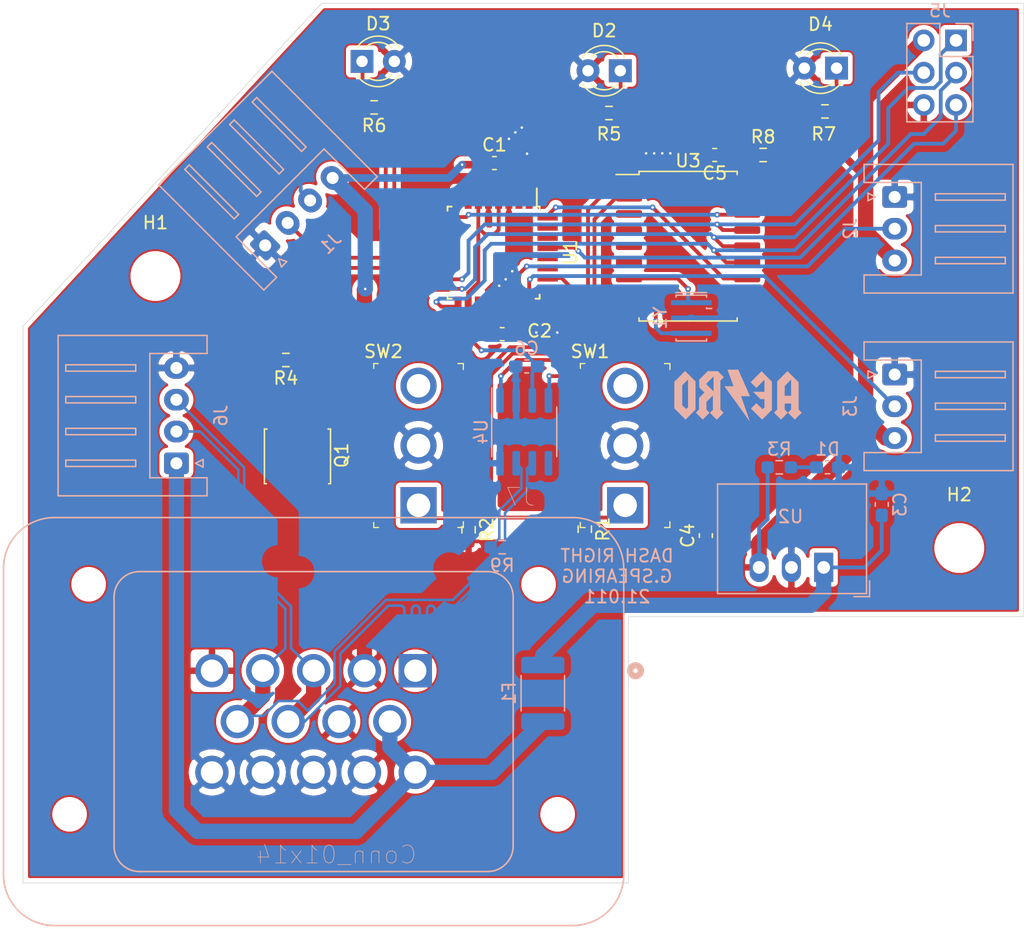
<source format=kicad_pcb>
(kicad_pcb (version 20171130) (host pcbnew 5.1.7-a382d34a8~88~ubuntu18.04.1)
  (layers (0 F.Cu signal) (31 B.Cu signal) (34 B.Paste user) (35 F.Paste user) (36 B.SilkS user) (37 F.SilkS user) (38 B.Mask user) (39 F.Mask user) (44 Edge.Cuts user))
  (net 0 "")
  (net 1 GND)
  (net 2 +5V)
  (net 3 "Net-(C2-Pad1)")
  (net 4 "Net-(C3-Pad1)")
  (net 5 "Net-(D1-Pad2)")
  (net 6 "Net-(D2-Pad1)")
  (net 7 "Net-(D3-Pad1)")
  (net 8 "Net-(D4-Pad1)")
  (net 9 +12V)
  (net 10 /RTD_LED)
  (net 11 /RTD_BTN)
  (net 12 /COAST)
  (net 13 /REGEN)
  (net 14 /RESET)
  (net 15 /MOSI)
  (net 16 /SCK)
  (net 17 /MISO)
  (net 18 /RTD_IND)
  (net 19 /COOLING)
  (net 20 /DIRECTION)
  (net 21 /IMD_LED)
  (net 22 /TMS_LED)
  (net 23 /BMS_LED)
  (net 24 "Net-(R8-Pad2)")
  (net 25 /CAN_CS)
  (net 26 "Net-(U3-Pad8)")
  (net 27 "Net-(U3-Pad7)")
  (net 28 /CAN_Interface/RXCAN)
  (net 29 /CAN_Interface/TXCAN)
  (net 30 /RTD_IND_OUT)
  (net 31 /CAN_INT)
  (net 32 /CAN-)
  (net 33 /CAN+)
  (module AERO_CUSTOM:AERO_Logo_10x4mm (layer B.Cu) (at 184.785 85.09 180)
    (fp_text reference G*** hide)
    (fp_text value LOGO hide)
  )
  (module AERO_CUSTOM:TE_1-776262-1_14pin_Vertical (layer B.Cu) (at 151.384 110.744 180)
    (fp_text reference J7 (at -16.2708 17.6691) (layer B.SilkS) (effects (font (size 1.40128 1.40128) (thickness 0.05)) (justify mirror)))
    (fp_text value Conn_01x14 (at -1.778 -10.4775) (layer B.SilkS) (effects (font (size 1.4008 1.4008) (thickness 0.05)) (justify mirror)))
    (pad Hole np_thru_hole circle (at 19.2 -7.3 180) (size 2 2) (drill 2) (layers *.Cu *.Mask B.SilkS))
    (pad Hole np_thru_hole circle (at -19.2 -7.3 180) (size 2 2) (drill 2) (layers *.Cu *.Mask B.SilkS))
    (pad Hole np_thru_hole circle (at 17.7 10.8 180) (size 2 2) (drill 2) (layers *.Cu *.Mask B.SilkS))
    (pad Hole np_thru_hole circle (at -17.7 10.8 180) (size 2 2) (drill 2) (layers *.Cu *.Mask B.SilkS))
    (pad 14 thru_hole circle (at 8 -4 180) (size 2.625 2.625) (drill 1.75) (layers *.Cu *.Mask) (net 1 GND))
    (pad 13 thru_hole circle (at 4 -4 180) (size 2.625 2.625) (drill 1.75) (layers *.Cu *.Mask) (net 1 GND))
    (pad 12 thru_hole circle (at 0 -4 180) (size 2.625 2.625) (drill 1.75) (layers *.Cu *.Mask) (net 1 GND))
    (pad 11 thru_hole circle (at -4 -4 180) (size 2.625 2.625) (drill 1.75) (layers *.Cu *.Mask) (net 1 GND))
    (pad 10 thru_hole circle (at -8 -4 180) (size 2.625 2.625) (drill 1.75) (layers *.Cu *.Mask) (net 9 +12V))
    (pad 9 thru_hole circle (at 6 0 180) (size 2.625 2.625) (drill 1.75) (layers *.Cu *.Mask) (net 33 /CAN+))
    (pad 8 thru_hole circle (at 2 0 180) (size 2.625 2.625) (drill 1.75) (layers *.Cu *.Mask) (net 32 /CAN-))
    (pad 7 thru_hole circle (at -2 0 180) (size 2.625 2.625) (drill 1.75) (layers *.Cu *.Mask) (net 2 +5V))
    (pad 6 thru_hole circle (at -6 0 180) (size 2.625 2.625) (drill 1.75) (layers *.Cu *.Mask) (net 9 +12V))
    (pad 5 thru_hole circle (at 8 4 180) (size 2.625 2.625) (drill 1.75) (layers *.Cu *.Mask) (net 30 /RTD_IND_OUT))
    (pad 4 thru_hole circle (at 4 4 180) (size 2.625 2.625) (drill 1.75) (layers *.Cu *.Mask) (net 33 /CAN+))
    (pad 3 thru_hole circle (at 0 4 180) (size 2.625 2.625) (drill 1.75) (layers *.Cu *.Mask) (net 32 /CAN-))
    (pad 2 thru_hole circle (at -4 4 180) (size 2.625 2.625) (drill 1.75) (layers *.Cu *.Mask) (net 2 +5V))
    (pad 1 thru_hole rect (at -8 4 180) (size 2.625 2.625) (drill 1.75) (layers *.Cu *.Mask) (net 2 +5V))
  )
  (module Connector_PinHeader_2.54mm:PinHeader_2x03_P2.54mm_Vertical (layer B.Cu) (at 201.93 57.15 180)
    (fp_text reference J5 (at 1.27 2.33) (layer B.SilkS) (effects (justify mirror)))
    (fp_text value Conn_02x03_Odd_Even)
    (pad 6 thru_hole oval (at 2.54 -5.08 180) (size 1.7 1.7) (drill 1) (layers *.Cu *.Mask) (net 1 GND))
    (pad 5 thru_hole oval (at 0 -5.08 180) (size 1.7 1.7) (drill 1) (layers *.Cu *.Mask) (net 14 /RESET))
    (pad 4 thru_hole oval (at 2.54 -2.54 180) (size 1.7 1.7) (drill 1) (layers *.Cu *.Mask) (net 15 /MOSI))
    (pad 3 thru_hole oval (at 0 -2.54 180) (size 1.7 1.7) (drill 1) (layers *.Cu *.Mask) (net 16 /SCK))
    (pad 2 thru_hole oval (at 2.54 0 180) (size 1.7 1.7) (drill 1) (layers *.Cu *.Mask) (net 2 +5V))
    (pad 1 thru_hole rect (at 0 0 180) (size 1.7 1.7) (drill 1) (layers *.Cu *.Mask) (net 17 /MISO))
  )
  (module Package_SO:SOIC-8_3.9x4.9mm_P1.27mm (layer B.Cu) (at 167.9575 87.9475 270)
    (fp_text reference U4 (at 0 3.4 270) (layer B.SilkS) (effects (justify mirror)))
    (fp_text value MCP2551-I-SN)
    (pad 8 smd roundrect (at 2.475 1.905 270) (size 1.95 0.6) (layers B.Cu B.Paste B.Mask) (net 1 GND))
    (pad 7 smd roundrect (at 2.475 0.635 270) (size 1.95 0.6) (layers B.Cu B.Paste B.Mask) (net 33 /CAN+))
    (pad 6 smd roundrect (at 2.475 -0.635 270) (size 1.95 0.6) (layers B.Cu B.Paste B.Mask) (net 32 /CAN-))
    (pad 5 smd roundrect (at 2.475 -1.905 270) (size 1.95 0.6) (layers B.Cu B.Paste B.Mask))
    (pad 4 smd roundrect (at -2.475 -1.905 270) (size 1.95 0.6) (layers B.Cu B.Paste B.Mask) (net 28 /CAN_Interface/RXCAN))
    (pad 3 smd roundrect (at -2.475 -0.635 270) (size 1.95 0.6) (layers B.Cu B.Paste B.Mask) (net 2 +5V))
    (pad 2 smd roundrect (at -2.475 0.635 270) (size 1.95 0.6) (layers B.Cu B.Paste B.Mask) (net 1 GND))
    (pad 1 smd roundrect (at -2.475 1.905 270) (size 1.95 0.6) (layers B.Cu B.Paste B.Mask) (net 29 /CAN_Interface/TXCAN))
  )
  (module Crystal:Resonator_SMD_muRata_CSTxExxV-3Pin_3.0x1.1mm_HandSoldering (layer B.Cu) (at 181.102 78.994 270)
    (fp_text reference Y1 (at 0 2.45 90) (layer B.SilkS) (effects (justify mirror)))
    (fp_text value 16MHz)
    (pad 3 smd rect (at 1.2 0 270) (size 0.4 3.2) (layers B.Cu B.Paste B.Mask) (net 26 "Net-(U3-Pad8)"))
    (pad 2 smd rect (at 0 0 270) (size 0.4 3.2) (layers B.Cu B.Paste B.Mask) (net 1 GND))
    (pad 1 smd rect (at -1.2 0 270) (size 0.4 3.2) (layers B.Cu B.Paste B.Mask) (net 27 "Net-(U3-Pad7)"))
  )
  (module Package_SO:SOIC-18W_7.5x11.6mm_P1.27mm (layer F.Cu) (at 180.848 73.3425)
    (fp_text reference U3 (at 0 -6.72) (layer F.SilkS))
    (fp_text value MCP2515-xSO)
    (pad 18 smd roundrect (at 4.65 -5.08) (size 2.05 0.6) (layers F.Cu F.Paste F.Mask) (net 2 +5V))
    (pad 17 smd roundrect (at 4.65 -3.81) (size 2.05 0.6) (layers F.Cu F.Paste F.Mask) (net 24 "Net-(R8-Pad2)"))
    (pad 16 smd roundrect (at 4.65 -2.54) (size 2.05 0.6) (layers F.Cu F.Paste F.Mask) (net 25 /CAN_CS))
    (pad 15 smd roundrect (at 4.65 -1.27) (size 2.05 0.6) (layers F.Cu F.Paste F.Mask) (net 15 /MOSI))
    (pad 14 smd roundrect (at 4.65 0) (size 2.05 0.6) (layers F.Cu F.Paste F.Mask) (net 17 /MISO))
    (pad 13 smd roundrect (at 4.65 1.27) (size 2.05 0.6) (layers F.Cu F.Paste F.Mask) (net 16 /SCK))
    (pad 12 smd roundrect (at 4.65 2.54) (size 2.05 0.6) (layers F.Cu F.Paste F.Mask) (net 31 /CAN_INT))
    (pad 11 smd roundrect (at 4.65 3.81) (size 2.05 0.6) (layers F.Cu F.Paste F.Mask))
    (pad 10 smd roundrect (at 4.65 5.08) (size 2.05 0.6) (layers F.Cu F.Paste F.Mask))
    (pad 9 smd roundrect (at -4.65 5.08) (size 2.05 0.6) (layers F.Cu F.Paste F.Mask) (net 1 GND))
    (pad 8 smd roundrect (at -4.65 3.81) (size 2.05 0.6) (layers F.Cu F.Paste F.Mask) (net 26 "Net-(U3-Pad8)"))
    (pad 7 smd roundrect (at -4.65 2.54) (size 2.05 0.6) (layers F.Cu F.Paste F.Mask) (net 27 "Net-(U3-Pad7)"))
    (pad 6 smd roundrect (at -4.65 1.27) (size 2.05 0.6) (layers F.Cu F.Paste F.Mask))
    (pad 5 smd roundrect (at -4.65 0) (size 2.05 0.6) (layers F.Cu F.Paste F.Mask))
    (pad 4 smd roundrect (at -4.65 -1.27) (size 2.05 0.6) (layers F.Cu F.Paste F.Mask))
    (pad 3 smd roundrect (at -4.65 -2.54) (size 2.05 0.6) (layers F.Cu F.Paste F.Mask))
    (pad 2 smd roundrect (at -4.65 -3.81) (size 2.05 0.6) (layers F.Cu F.Paste F.Mask) (net 28 /CAN_Interface/RXCAN))
    (pad 1 smd roundrect (at -4.65 -5.08) (size 2.05 0.6) (layers F.Cu F.Paste F.Mask) (net 29 /CAN_Interface/TXCAN))
  )
  (module Converter_DCDC:Converter_DCDC_RECOM_R-78E-0.5_THT (layer B.Cu) (at 191.516 98.6155 180)
    (fp_text reference U2 (at 2.6035 4.0005) (layer B.SilkS) (effects (justify mirror)))
    (fp_text value R-785.0-1.0)
    (pad 3 thru_hole oval (at 5.08 0 180) (size 1.5 2.3) (drill 1) (layers *.Cu *.Mask) (net 2 +5V))
    (pad 2 thru_hole oval (at 2.54 0 180) (size 1.5 2.3) (drill 1) (layers *.Cu *.Mask) (net 1 GND))
    (pad 1 thru_hole rect (at 0 0 180) (size 1.5 2.3) (drill 1) (layers *.Cu *.Mask) (net 4 "Net-(C3-Pad1)"))
  )
  (module Package_QFP:TQFP-32_7x7mm_P0.8mm (layer F.Cu) (at 165.5445 73.8505 270)
    (fp_text reference U1 (at 0 -6.05 90) (layer F.SilkS))
    (fp_text value ATmega328P-AU)
    (pad 32 smd rect (at -2.8 -4.25) (size 1.6 0.55) (layers F.Cu F.Paste F.Mask) (net 31 /CAN_INT))
    (pad 31 smd rect (at -2 -4.25) (size 1.6 0.55) (layers F.Cu F.Paste F.Mask))
    (pad 30 smd rect (at -1.2 -4.25) (size 1.6 0.55) (layers F.Cu F.Paste F.Mask))
    (pad 29 smd rect (at -0.4 -4.25) (size 1.6 0.55) (layers F.Cu F.Paste F.Mask) (net 14 /RESET))
    (pad 28 smd rect (at 0.4 -4.25) (size 1.6 0.55) (layers F.Cu F.Paste F.Mask))
    (pad 27 smd rect (at 1.2 -4.25) (size 1.6 0.55) (layers F.Cu F.Paste F.Mask))
    (pad 26 smd rect (at 2 -4.25) (size 1.6 0.55) (layers F.Cu F.Paste F.Mask) (net 19 /COOLING))
    (pad 25 smd rect (at 2.8 -4.25) (size 1.6 0.55) (layers F.Cu F.Paste F.Mask) (net 20 /DIRECTION))
    (pad 24 smd rect (at 4.25 -2.8 270) (size 1.6 0.55) (layers F.Cu F.Paste F.Mask) (net 13 /REGEN))
    (pad 23 smd rect (at 4.25 -2 270) (size 1.6 0.55) (layers F.Cu F.Paste F.Mask) (net 12 /COAST))
    (pad 22 smd rect (at 4.25 -1.2 270) (size 1.6 0.55) (layers F.Cu F.Paste F.Mask))
    (pad 21 smd rect (at 4.25 -0.4 270) (size 1.6 0.55) (layers F.Cu F.Paste F.Mask) (net 1 GND))
    (pad 20 smd rect (at 4.25 0.4 270) (size 1.6 0.55) (layers F.Cu F.Paste F.Mask) (net 3 "Net-(C2-Pad1)"))
    (pad 19 smd rect (at 4.25 1.2 270) (size 1.6 0.55) (layers F.Cu F.Paste F.Mask))
    (pad 18 smd rect (at 4.25 2 270) (size 1.6 0.55) (layers F.Cu F.Paste F.Mask) (net 2 +5V))
    (pad 17 smd rect (at 4.25 2.8 270) (size 1.6 0.55) (layers F.Cu F.Paste F.Mask) (net 16 /SCK))
    (pad 16 smd rect (at 2.8 4.25) (size 1.6 0.55) (layers F.Cu F.Paste F.Mask) (net 17 /MISO))
    (pad 15 smd rect (at 2 4.25) (size 1.6 0.55) (layers F.Cu F.Paste F.Mask) (net 15 /MOSI))
    (pad 14 smd rect (at 1.2 4.25) (size 1.6 0.55) (layers F.Cu F.Paste F.Mask) (net 18 /RTD_IND))
    (pad 13 smd rect (at 0.4 4.25) (size 1.6 0.55) (layers F.Cu F.Paste F.Mask) (net 10 /RTD_LED))
    (pad 12 smd rect (at -0.4 4.25) (size 1.6 0.55) (layers F.Cu F.Paste F.Mask))
    (pad 11 smd rect (at -1.2 4.25) (size 1.6 0.55) (layers F.Cu F.Paste F.Mask) (net 22 /TMS_LED))
    (pad 10 smd rect (at -2 4.25) (size 1.6 0.55) (layers F.Cu F.Paste F.Mask) (net 21 /IMD_LED))
    (pad 9 smd rect (at -2.8 4.25) (size 1.6 0.55) (layers F.Cu F.Paste F.Mask) (net 25 /CAN_CS))
    (pad 8 smd rect (at -4.25 2.8 270) (size 1.6 0.55) (layers F.Cu F.Paste F.Mask))
    (pad 7 smd rect (at -4.25 2 270) (size 1.6 0.55) (layers F.Cu F.Paste F.Mask))
    (pad 6 smd rect (at -4.25 1.2 270) (size 1.6 0.55) (layers F.Cu F.Paste F.Mask) (net 2 +5V))
    (pad 5 smd rect (at -4.25 0.4 270) (size 1.6 0.55) (layers F.Cu F.Paste F.Mask) (net 1 GND))
    (pad 4 smd rect (at -4.25 -0.4 270) (size 1.6 0.55) (layers F.Cu F.Paste F.Mask) (net 2 +5V))
    (pad 3 smd rect (at -4.25 -1.2 270) (size 1.6 0.55) (layers F.Cu F.Paste F.Mask) (net 1 GND))
    (pad 2 smd rect (at -4.25 -2 270) (size 1.6 0.55) (layers F.Cu F.Paste F.Mask) (net 23 /BMS_LED))
    (pad 1 smd rect (at -4.25 -2.8 270) (size 1.6 0.55) (layers F.Cu F.Paste F.Mask) (net 11 /RTD_BTN))
  )
  (module AERO_CUSTOM:Toggle_Switch_100SP1T1B4M2QE (layer F.Cu) (at 159.639 93.726 90)
    (fp_text reference SW2 (at 12.099628 -2.764606) (layer F.SilkS))
    (fp_text value SW_SPDT)
    (pad 1 thru_hole rect (at 0 0 90) (size 2.85 2.85) (drill 1.85) (layers *.Cu *.Mask) (net 20 /DIRECTION))
    (pad 2 thru_hole circle (at 4.7 0 90) (size 2.85 2.85) (drill 1.85) (layers *.Cu *.Mask) (net 1 GND))
    (pad 3 thru_hole circle (at 9.4 0 90) (size 2.85 2.85) (drill 1.85) (layers *.Cu *.Mask))
  )
  (module AERO_CUSTOM:Toggle_Switch_100SP1T1B4M2QE (layer F.Cu) (at 175.895 93.727 90)
    (fp_text reference SW1 (at 12.099628 -2.764606) (layer F.SilkS))
    (fp_text value SW_SPDT)
    (pad 1 thru_hole rect (at 0 0 90) (size 2.85 2.85) (drill 1.85) (layers *.Cu *.Mask) (net 19 /COOLING))
    (pad 2 thru_hole circle (at 4.7 0 90) (size 2.85 2.85) (drill 1.85) (layers *.Cu *.Mask) (net 1 GND))
    (pad 3 thru_hole circle (at 9.4 0 90) (size 2.85 2.85) (drill 1.85) (layers *.Cu *.Mask))
  )
  (module Resistor_SMD:R_0603_1608Metric_Pad0.98x0.95mm_HandSolder (layer B.Cu) (at 166.2195 97.028)
    (fp_text reference R9 (at 0 1.43) (layer B.SilkS) (effects (justify mirror)))
    (fp_text value 120)
    (pad 2 smd roundrect (at 0.9125 0) (size 0.975 0.95) (layers B.Cu B.Paste B.Mask) (net 32 /CAN-))
    (pad 1 smd roundrect (at -0.9125 0) (size 0.975 0.95) (layers B.Cu B.Paste B.Mask) (net 33 /CAN+))
  )
  (module Resistor_SMD:R_0603_1608Metric_Pad0.98x0.95mm_HandSolder (layer F.Cu) (at 186.7535 66.167)
    (fp_text reference R8 (at 0 -1.43) (layer F.SilkS))
    (fp_text value 10K)
    (pad 2 smd roundrect (at 0.9125 0) (size 0.975 0.95) (layers F.Cu F.Paste F.Mask) (net 24 "Net-(R8-Pad2)"))
    (pad 1 smd roundrect (at -0.9125 0) (size 0.975 0.95) (layers F.Cu F.Paste F.Mask) (net 2 +5V))
  )
  (module Resistor_SMD:R_0603_1608Metric_Pad0.98x0.95mm_HandSolder (layer F.Cu) (at 191.6176 62.738)
    (fp_text reference R7 (at -0.1016 1.778) (layer F.SilkS))
    (fp_text value 330)
    (pad 2 smd roundrect (at 0.9125 0) (size 0.975 0.95) (layers F.Cu F.Paste F.Mask) (net 8 "Net-(D4-Pad1)"))
    (pad 1 smd roundrect (at -0.9125 0) (size 0.975 0.95) (layers F.Cu F.Paste F.Mask) (net 23 /BMS_LED))
  )
  (module Resistor_SMD:R_0603_1608Metric_Pad0.98x0.95mm_HandSolder (layer F.Cu) (at 156.1465 62.4205 180)
    (fp_text reference R6 (at 0 -1.43) (layer F.SilkS))
    (fp_text value 330)
    (pad 2 smd roundrect (at 0.9125 0 180) (size 0.975 0.95) (layers F.Cu F.Paste F.Mask) (net 7 "Net-(D3-Pad1)"))
    (pad 1 smd roundrect (at -0.9125 0 180) (size 0.975 0.95) (layers F.Cu F.Paste F.Mask) (net 22 /TMS_LED))
  )
  (module Resistor_SMD:R_0603_1608Metric_Pad0.98x0.95mm_HandSolder (layer F.Cu) (at 174.625 62.865)
    (fp_text reference R5 (at 0 1.651) (layer F.SilkS))
    (fp_text value 330)
    (pad 2 smd roundrect (at 0.9125 0) (size 0.975 0.95) (layers F.Cu F.Paste F.Mask) (net 6 "Net-(D2-Pad1)"))
    (pad 1 smd roundrect (at -0.9125 0) (size 0.975 0.95) (layers F.Cu F.Paste F.Mask) (net 21 /IMD_LED))
  )
  (module Resistor_SMD:R_0603_1608Metric_Pad0.98x0.95mm_HandSolder (layer F.Cu) (at 149.2015 82.296 180)
    (fp_text reference R4 (at 0 -1.43) (layer F.SilkS))
    (fp_text value 10K)
    (pad 2 smd roundrect (at 0.9125 0 180) (size 0.975 0.95) (layers F.Cu F.Paste F.Mask) (net 18 /RTD_IND))
    (pad 1 smd roundrect (at -0.9125 0 180) (size 0.975 0.95) (layers F.Cu F.Paste F.Mask) (net 1 GND))
  )
  (module Resistor_SMD:R_0603_1608Metric_Pad0.98x0.95mm_HandSolder (layer B.Cu) (at 188.0235 90.7415 180)
    (fp_text reference R3 (at 0 1.43 180) (layer B.SilkS) (effects (justify mirror)))
    (fp_text value 330)
    (pad 2 smd roundrect (at 0.9125 0 180) (size 0.975 0.95) (layers B.Cu B.Paste B.Mask) (net 2 +5V))
    (pad 1 smd roundrect (at -0.9125 0 180) (size 0.975 0.95) (layers B.Cu B.Paste B.Mask) (net 5 "Net-(D1-Pad2)"))
  )
  (module Resistor_SMD:R_0603_1608Metric_Pad0.98x0.95mm_HandSolder (layer F.Cu) (at 163.576 95.6545 270)
    (fp_text reference R2 (at 0 -1.43 90) (layer F.SilkS))
    (fp_text value 10K)
    (pad 2 smd roundrect (at 0.9125 0 270) (size 0.975 0.95) (layers F.Cu F.Paste F.Mask) (net 2 +5V))
    (pad 1 smd roundrect (at -0.9125 0 270) (size 0.975 0.95) (layers F.Cu F.Paste F.Mask) (net 20 /DIRECTION))
  )
  (module Resistor_SMD:R_0603_1608Metric_Pad0.98x0.95mm_HandSolder (layer F.Cu) (at 172.72 95.6075 270)
    (fp_text reference R1 (at 0 -1.43 270) (layer F.SilkS))
    (fp_text value 10K)
    (pad 2 smd roundrect (at 0.9125 0 270) (size 0.975 0.95) (layers F.Cu F.Paste F.Mask) (net 2 +5V))
    (pad 1 smd roundrect (at -0.9125 0 270) (size 0.975 0.95) (layers F.Cu F.Paste F.Mask) (net 19 /COOLING))
  )
  (module Package_TO_SOT_SMD:LFPAK56 (layer F.Cu) (at 150.114 90.043 270)
    (fp_text reference Q1 (at -0.245 -3.48 90) (layer F.SilkS))
    (fp_text value PSMN5R2-60YL)
    (pad 5 smd custom (at 0.435 0 270) (size 3.3 4.2) (layers F.Cu F.Mask) (net 30 /RTD_IND_OUT) (options (clearance outline) (anchor rect)) (primitives (gr_poly (pts (xy 1.425 -2.35) (xy 2.975 -2.35) (xy 2.975 2.35) (xy 1.425 2.35)) (width 0))))
    (pad 4 smd rect (at -2.835 1.91 180) (size 0.7 1.15) (layers F.Cu F.Paste F.Mask) (net 18 /RTD_IND))
    (pad 3 smd rect (at -2.835 0.64 180) (size 0.7 1.15) (layers F.Cu F.Paste F.Mask) (net 1 GND))
    (pad 1 smd rect (at -2.835 -1.91 180) (size 0.7 1.15) (layers F.Cu F.Paste F.Mask) (net 1 GND))
    (pad 2 smd rect (at -2.835 -0.64 180) (size 0.7 1.15) (layers F.Cu F.Paste F.Mask) (net 1 GND))
  )
  (module Connector_JST:JST_XH_S4B-XH-A_1x04_P2.50mm_Horizontal (layer B.Cu) (at 140.589 90.424 90)
    (fp_text reference J6 (at 3.75 3.5 -90) (layer B.SilkS) (effects (justify mirror)))
    (fp_text value Conn_01x04)
    (pad 4 thru_hole oval (at 7.5 0 90) (size 1.7 1.95) (drill 0.95) (layers *.Cu *.Mask) (net 1 GND))
    (pad 3 thru_hole oval (at 5 0 90) (size 1.7 1.95) (drill 0.95) (layers *.Cu *.Mask) (net 32 /CAN-))
    (pad 2 thru_hole oval (at 2.5 0 90) (size 1.7 1.95) (drill 0.95) (layers *.Cu *.Mask) (net 33 /CAN+))
    (pad 1 thru_hole roundrect (at 0 0 90) (size 1.7 1.95) (drill 0.95) (layers *.Cu *.Mask) (roundrect_rratio 0.147059) (net 9 +12V))
  )
  (module Connector_JST:JST_XH_S3B-XH-A_1x03_P2.50mm_Horizontal (layer B.Cu) (at 197.104 83.439 270)
    (fp_text reference J3 (at 2.5 3.5 90) (layer B.SilkS) (effects (justify mirror)))
    (fp_text value Conn_01x03)
    (pad 3 thru_hole oval (at 5 0 270) (size 1.7 1.95) (drill 0.95) (layers *.Cu *.Mask) (net 2 +5V))
    (pad 2 thru_hole oval (at 2.5 0 270) (size 1.7 1.95) (drill 0.95) (layers *.Cu *.Mask) (net 13 /REGEN))
    (pad 1 thru_hole roundrect (at 0 0 270) (size 1.7 1.95) (drill 0.95) (layers *.Cu *.Mask) (roundrect_rratio 0.147059) (net 1 GND))
  )
  (module Connector_JST:JST_XH_S3B-XH-A_1x03_P2.50mm_Horizontal (layer B.Cu) (at 197.104 69.469 270)
    (fp_text reference J2 (at 2.5 3.5 270) (layer B.SilkS) (effects (justify mirror)))
    (fp_text value Conn_01x03)
    (pad 3 thru_hole oval (at 5 0 270) (size 1.7 1.95) (drill 0.95) (layers *.Cu *.Mask) (net 2 +5V))
    (pad 2 thru_hole oval (at 2.5 0 270) (size 1.7 1.95) (drill 0.95) (layers *.Cu *.Mask) (net 12 /COAST))
    (pad 1 thru_hole roundrect (at 0 0 270) (size 1.7 1.95) (drill 0.95) (layers *.Cu *.Mask) (roundrect_rratio 0.147059) (net 1 GND))
  )
  (module Connector_JST:JST_XH_S4B-XH-A_1x04_P2.50mm_Horizontal (layer B.Cu) (at 147.574 73.279 45)
    (fp_text reference J1 (at 3.75 3.5 45) (layer B.SilkS) (effects (justify mirror)))
    (fp_text value Conn_01x04)
    (pad 4 thru_hole oval (at 7.5 0 45) (size 1.7 1.95) (drill 0.95) (layers *.Cu *.Mask) (net 2 +5V))
    (pad 3 thru_hole oval (at 5 0 45) (size 1.7 1.95) (drill 0.95) (layers *.Cu *.Mask) (net 11 /RTD_BTN))
    (pad 2 thru_hole oval (at 2.5 0 45) (size 1.7 1.95) (drill 0.95) (layers *.Cu *.Mask) (net 10 /RTD_LED))
    (pad 1 thru_hole roundrect (at 0 0 45) (size 1.7 1.95) (drill 0.95) (layers *.Cu *.Mask) (roundrect_rratio 0.147059) (net 1 GND))
  )
  (module MountingHole:MountingHole_3.2mm_M3 (layer F.Cu) (at 202.184 97.0915)
    (fp_text reference H2 (at 0 -4.2) (layer F.SilkS))
    (fp_text value MountingHole)
    (pad 1 np_thru_hole circle (at 0 0) (size 3.2 3.2) (drill 3.2) (layers *.Cu *.Mask))
  )
  (module MountingHole:MountingHole_3.2mm_M3 (layer F.Cu) (at 138.938 75.692)
    (fp_text reference H1 (at 0 -4.2) (layer F.SilkS))
    (fp_text value MountingHole)
    (pad 1 np_thru_hole circle (at 0 0) (size 3.2 3.2) (drill 3.2) (layers *.Cu *.Mask))
  )
  (module Fuse:Fuse_1812_4532Metric_Pad1.30x3.40mm_HandSolder (layer B.Cu) (at 169.418 108.519 270)
    (fp_text reference F1 (at 0 2.65 270) (layer B.SilkS) (effects (justify mirror)))
    (fp_text value MF-MSMF050)
    (pad 2 smd roundrect (at 2.225 0 270) (size 1.3 3.4) (layers B.Cu B.Paste B.Mask) (roundrect_rratio 0.192308) (net 9 +12V))
    (pad 1 smd roundrect (at -2.225 0 270) (size 1.3 3.4) (layers B.Cu B.Paste B.Mask) (roundrect_rratio 0.192308) (net 4 "Net-(C3-Pad1)"))
  )
  (module LED_THT:LED_D3.0mm (layer F.Cu) (at 192.532 59.3344 180)
    (fp_text reference D4 (at 1.27 3.4544) (layer F.SilkS))
    (fp_text value LED)
    (pad 2 thru_hole circle (at 2.54 0 180) (size 1.8 1.8) (drill 0.9) (layers *.Cu *.Mask) (net 1 GND))
    (pad 1 thru_hole rect (at 0 0 180) (size 1.8 1.8) (drill 0.9) (layers *.Cu *.Mask) (net 8 "Net-(D4-Pad1)"))
  )
  (module LED_THT:LED_D3.0mm (layer F.Cu) (at 155.194 58.801)
    (fp_text reference D3 (at 1.27 -2.96) (layer F.SilkS))
    (fp_text value LED)
    (pad 2 thru_hole circle (at 2.54 0) (size 1.8 1.8) (drill 0.9) (layers *.Cu *.Mask) (net 1 GND))
    (pad 1 thru_hole rect (at 0 0) (size 1.8 1.8) (drill 0.9) (layers *.Cu *.Mask) (net 7 "Net-(D3-Pad1)"))
  )
  (module LED_THT:LED_D3.0mm (layer F.Cu) (at 175.514 59.5376 180)
    (fp_text reference D2 (at 1.27 3.1496) (layer F.SilkS))
    (fp_text value LED)
    (pad 2 thru_hole circle (at 2.54 0 180) (size 1.8 1.8) (drill 0.9) (layers *.Cu *.Mask) (net 1 GND))
    (pad 1 thru_hole rect (at 0 0 180) (size 1.8 1.8) (drill 0.9) (layers *.Cu *.Mask) (net 6 "Net-(D2-Pad1)"))
  )
  (module Fuse:Fuse_0603_1608Metric_Pad1.05x0.95mm_HandSolder (layer B.Cu) (at 191.8195 90.7415 180)
    (fp_text reference D1 (at 0 1.43) (layer B.SilkS) (effects (justify mirror)))
    (fp_text value LED)
    (pad 2 smd roundrect (at 0.875 0 180) (size 1.05 0.95) (layers B.Cu B.Paste B.Mask) (net 5 "Net-(D1-Pad2)"))
    (pad 1 smd roundrect (at -0.875 0 180) (size 1.05 0.95) (layers B.Cu B.Paste B.Mask) (net 1 GND))
  )
  (module Capacitor_SMD:C_0603_1608Metric_Pad1.08x0.95mm_HandSolder (layer B.Cu) (at 168.148 82.804 180)
    (fp_text reference C6 (at 0 1.43) (layer B.SilkS) (effects (justify mirror)))
    (fp_text value 0.1u)
    (pad 2 smd roundrect (at 0.8625 0 180) (size 1.075 0.95) (layers B.Cu B.Paste B.Mask) (net 1 GND))
    (pad 1 smd roundrect (at -0.8625 0 180) (size 1.075 0.95) (layers B.Cu B.Paste B.Mask) (net 2 +5V))
  )
  (module Capacitor_SMD:C_0603_1608Metric_Pad1.08x0.95mm_HandSolder (layer F.Cu) (at 182.9435 66.167 180)
    (fp_text reference C5 (at 0 -1.43) (layer F.SilkS))
    (fp_text value 0.1u)
    (pad 2 smd roundrect (at 0.8625 0 180) (size 1.075 0.95) (layers F.Cu F.Paste F.Mask) (net 1 GND))
    (pad 1 smd roundrect (at -0.8625 0 180) (size 1.075 0.95) (layers F.Cu F.Paste F.Mask) (net 2 +5V))
  )
  (module Capacitor_SMD:C_0603_1608Metric_Pad1.08x0.95mm_HandSolder (layer F.Cu) (at 182.245 96.1125 90)
    (fp_text reference C4 (at 0 -1.43 270) (layer F.SilkS))
    (fp_text value 10u)
    (pad 2 smd roundrect (at 0.8625 0 90) (size 1.075 0.95) (layers F.Cu F.Paste F.Mask) (net 1 GND))
    (pad 1 smd roundrect (at -0.8625 0 90) (size 1.075 0.95) (layers F.Cu F.Paste F.Mask) (net 2 +5V))
  )
  (module Capacitor_SMD:C_0603_1608Metric_Pad1.08x0.95mm_HandSolder (layer B.Cu) (at 196.088 93.6625 90)
    (fp_text reference C3 (at 0 1.43 90) (layer B.SilkS) (effects (justify mirror)))
    (fp_text value 1u)
    (pad 2 smd roundrect (at 0.8625 0 90) (size 1.075 0.95) (layers B.Cu B.Paste B.Mask) (net 1 GND))
    (pad 1 smd roundrect (at -0.8625 0 90) (size 1.075 0.95) (layers B.Cu B.Paste B.Mask) (net 4 "Net-(C3-Pad1)"))
  )
  (module Capacitor_SMD:C_0603_1608Metric_Pad1.08x0.95mm_HandSolder (layer F.Cu) (at 166.2165 80.264)
    (fp_text reference C2 (at 2.9475 -0.254) (layer F.SilkS))
    (fp_text value 0.1u)
    (pad 2 smd roundrect (at 0.8625 0) (size 1.075 0.95) (layers F.Cu F.Paste F.Mask) (net 1 GND))
    (pad 1 smd roundrect (at -0.8625 0) (size 1.075 0.95) (layers F.Cu F.Paste F.Mask) (net 3 "Net-(C2-Pad1)"))
  )
  (module Capacitor_SMD:C_0603_1608Metric_Pad1.08x0.95mm_HandSolder (layer F.Cu) (at 165.608 66.802)
    (fp_text reference C1 (at 0 -1.43) (layer F.SilkS))
    (fp_text value 0.1u)
    (pad 2 smd roundrect (at 0.8625 0) (size 1.075 0.95) (layers F.Cu F.Paste F.Mask) (net 1 GND))
    (pad 1 smd roundrect (at -0.8625 0) (size 1.075 0.95) (layers F.Cu F.Paste F.Mask) (net 2 +5V))
  )
  (gr_text "DASH RIGHT\nG.SPEARING\n21.011" (at 175.26 99.314) (layer B.SilkS) (effects (font (size 1 1)) (justify mirror)))
  (gr_line (start 207.264 54.229) (end 207.264 102.489) (layer Edge.Cuts) (width 0.05))
  (gr_line (start 152.019 54.229) (end 207.264 54.229) (layer Edge.Cuts) (width 0.05))
  (gr_line (start 128.524 79.629) (end 152.019 54.229) (layer Edge.Cuts) (width 0.05))
  (gr_line (start 128.524 84.074) (end 128.524 79.629) (layer Edge.Cuts) (width 0.05))
  (gr_line (start 128.524 123.444) (end 128.524 84.074) (layer Edge.Cuts) (width 0.05))
  (gr_line (start 176.149 123.444) (end 128.524 123.444) (layer Edge.Cuts) (width 0.05))
  (gr_line (start 176.149 102.489) (end 176.149 123.444) (layer Edge.Cuts) (width 0.05))
  (gr_line (start 176.149 102.489) (end 207.264 102.489) (layer Edge.Cuts) (width 0.05))
  (via (at 168.91 80.137) (size 0.45) (drill 0.2) (layers F.Cu B.Cu) (net 1))
  (via (at 169.672 80.137) (size 0.45) (drill 0.2) (layers F.Cu B.Cu) (net 1))
  (via (at 170.561 80.137) (size 0.45) (drill 0.2) (layers F.Cu B.Cu) (net 1))
  (via (at 165.989 76.454) (size 0.45) (drill 0.2) (layers F.Cu B.Cu) (net 1))
  (via (at 166.497 75.946) (size 0.45) (drill 0.2) (layers F.Cu B.Cu) (net 1))
  (via (at 167.005 75.311) (size 0.45) (drill 0.2) (layers F.Cu B.Cu) (net 1))
  (via (at 167.767 64.008) (size 0.45) (drill 0.2) (layers F.Cu B.Cu) (net 1))
  (via (at 167.259 64.389) (size 0.45) (drill 0.2) (layers F.Cu B.Cu) (net 1))
  (via (at 166.751 64.897) (size 0.45) (drill 0.2) (layers F.Cu B.Cu) (net 1))
  (via (at 179.451 66.04) (size 0.45) (drill 0.2) (layers F.Cu B.Cu) (net 1))
  (via (at 178.816 66.04) (size 0.45) (drill 0.2) (layers F.Cu B.Cu) (net 1))
  (via (at 178.181 66.04) (size 0.45) (drill 0.2) (layers F.Cu B.Cu) (net 1))
  (via (at 177.546 66.04) (size 0.45) (drill 0.2) (layers F.Cu B.Cu) (net 1))
  (segment (start 165.1445 68.689738) (end 165.635238 68.199) (width 0.3) (layer F.Cu) (net 1))
  (segment (start 165.1445 69.6005) (end 165.1445 68.689738) (width 0.3) (layer F.Cu) (net 1))
  (segment (start 166.7445 68.5005) (end 166.7445 69.6005) (width 0.3) (layer F.Cu) (net 1))
  (segment (start 165.635238 68.199) (end 166.443 68.199) (width 0.3) (layer F.Cu) (net 1))
  (segment (start 166.443 68.199) (end 166.7445 68.5005) (width 0.3) (layer F.Cu) (net 1))
  (segment (start 186.436 98.6155) (end 186.436 95.504) (width 0.3) (layer B.Cu) (net 2))
  (segment (start 187.111 94.829) (end 187.111 90.7415) (width 0.3) (layer B.Cu) (net 2))
  (segment (start 186.436 95.504) (end 187.111 94.829) (width 0.3) (layer B.Cu) (net 2))
  (segment (start 164.3445 69.6005) (end 164.3445 68.0655) (width 0.3) (layer F.Cu) (net 2))
  (segment (start 164.7455 67.6645) (end 164.7455 66.802) (width 0.3) (layer F.Cu) (net 2))
  (segment (start 164.3445 68.0655) (end 164.7455 67.6645) (width 0.3) (layer F.Cu) (net 2))
  (segment (start 165.9445 69.6005) (end 165.9445 72.0535) (width 0.3) (layer F.Cu) (net 2))
  (segment (start 165.9445 72.0535) (end 165.608 72.39) (width 0.3) (layer F.Cu) (net 2))
  (segment (start 165.608 72.39) (end 164.846 72.39) (width 0.3) (layer F.Cu) (net 2))
  (segment (start 164.846 72.39) (end 164.3445 71.8885) (width 0.3) (layer F.Cu) (net 2))
  (segment (start 168.5925 83.222) (end 169.0105 82.804) (width 0.3) (layer B.Cu) (net 2))
  (segment (start 168.5925 85.4725) (end 168.5925 83.222) (width 0.3) (layer B.Cu) (net 2))
  (segment (start 199.39 57.15) (end 194.818 61.722) (width 1.2) (layer F.Cu) (net 2))
  (segment (start 194.818 72.183) (end 197.104 74.469) (width 1.2) (layer F.Cu) (net 2))
  (segment (start 194.818 72.183) (end 194.818 86.868) (width 1.2) (layer F.Cu) (net 2))
  (segment (start 196.389 88.439) (end 197.104 88.439) (width 1.2) (layer F.Cu) (net 2))
  (segment (start 194.818 86.868) (end 196.389 88.439) (width 1.2) (layer F.Cu) (net 2))
  (segment (start 194.818 86.868) (end 194.818 88.265) (width 1.2) (layer F.Cu) (net 2))
  (segment (start 186.436 96.647) (end 186.436 98.6155) (width 1.2) (layer F.Cu) (net 2))
  (segment (start 194.818 88.265) (end 186.436 96.647) (width 1.2) (layer F.Cu) (net 2))
  (segment (start 194.818 68.961) (end 194.818 67.945) (width 0.6) (layer F.Cu) (net 2))
  (segment (start 194.818 68.961) (end 194.818 72.183) (width 1.2) (layer F.Cu) (net 2))
  (segment (start 194.818 61.722) (end 194.818 68.961) (width 1.2) (layer F.Cu) (net 2))
  (segment (start 194.818 67.945) (end 191.516 64.643) (width 0.6) (layer F.Cu) (net 2))
  (segment (start 187.365 64.643) (end 185.841 66.167) (width 0.6) (layer F.Cu) (net 2))
  (segment (start 191.516 64.643) (end 187.365 64.643) (width 0.6) (layer F.Cu) (net 2))
  (segment (start 185.33 64.643) (end 183.806 66.167) (width 0.6) (layer F.Cu) (net 2))
  (segment (start 187.365 64.643) (end 185.33 64.643) (width 0.6) (layer F.Cu) (net 2))
  (segment (start 185.841 67.9195) (end 185.498 68.2625) (width 0.6) (layer F.Cu) (net 2))
  (segment (start 185.841 66.167) (end 185.841 67.9195) (width 0.6) (layer F.Cu) (net 2))
  (via (at 163.068 66.929) (size 0.45) (drill 0.2) (layers F.Cu B.Cu) (net 2))
  (segment (start 152.877301 67.975699) (end 162.021301 67.975699) (width 0.6) (layer B.Cu) (net 2))
  (segment (start 162.021301 67.975699) (end 163.068 66.929) (width 0.6) (layer B.Cu) (net 2))
  (segment (start 164.6185 66.929) (end 164.7455 66.802) (width 0.6) (layer F.Cu) (net 2))
  (segment (start 163.068 66.929) (end 164.6185 66.929) (width 0.6) (layer F.Cu) (net 2))
  (via (at 164.592 81.534) (size 0.45) (drill 0.2) (layers F.Cu B.Cu) (net 2))
  (segment (start 163.5445 78.1005) (end 163.5445 80.4865) (width 0.3) (layer F.Cu) (net 2))
  (segment (start 163.5445 80.4865) (end 164.592 81.534) (width 0.3) (layer F.Cu) (net 2))
  (segment (start 167.7405 81.534) (end 169.0105 82.804) (width 0.3) (layer B.Cu) (net 2))
  (segment (start 164.592 81.534) (end 167.7405 81.534) (width 0.3) (layer B.Cu) (net 2))
  (segment (start 155.384 106.744) (end 155.384 76.772) (width 1.2) (layer F.Cu) (net 2))
  (via (at 155.448 76.708) (size 0.45) (drill 0.2) (layers F.Cu B.Cu) (net 2))
  (segment (start 155.384 76.772) (end 155.448 76.708) (width 1.2) (layer F.Cu) (net 2))
  (segment (start 155.448 70.546398) (end 152.877301 67.975699) (width 1.2) (layer B.Cu) (net 2))
  (segment (start 155.448 76.708) (end 155.448 70.546398) (width 1.2) (layer B.Cu) (net 2))
  (segment (start 172.673 96.567) (end 172.72 96.52) (width 0.3) (layer F.Cu) (net 2))
  (segment (start 163.576 96.567) (end 172.673 96.567) (width 0.3) (layer F.Cu) (net 2))
  (segment (start 181.79 96.52) (end 182.245 96.975) (width 0.3) (layer F.Cu) (net 2))
  (segment (start 172.72 96.52) (end 181.79 96.52) (width 0.3) (layer F.Cu) (net 2))
  (segment (start 164.3445 71.8885) (end 164.3445 69.6005) (width 0.3) (layer F.Cu) (net 2))
  (segment (start 163.5445 77.0005) (end 163.5445 78.1005) (width 0.3) (layer F.Cu) (net 2))
  (segment (start 164.3445 71.8885) (end 164.3445 76.2005) (width 0.3) (layer F.Cu) (net 2))
  (segment (start 164.3445 76.2005) (end 163.5445 77.0005) (width 0.3) (layer F.Cu) (net 2))
  (segment (start 165.1445 80.462) (end 165.2005 80.518) (width 0.3) (layer F.Cu) (net 3))
  (segment (start 165.1445 78.1005) (end 165.1445 80.462) (width 0.3) (layer F.Cu) (net 3))
  (segment (start 196.088 94.525) (end 196.088 97.282) (width 0.3) (layer B.Cu) (net 4))
  (segment (start 194.7545 98.6155) (end 191.516 98.6155) (width 0.3) (layer B.Cu) (net 4))
  (segment (start 196.088 97.282) (end 194.7545 98.6155) (width 0.3) (layer B.Cu) (net 4))
  (segment (start 169.418 106.294) (end 169.418 105.537) (width 1.2) (layer B.Cu) (net 4))
  (segment (start 169.418 105.537) (end 173.355 101.6) (width 1.2) (layer B.Cu) (net 4))
  (segment (start 173.355 101.6) (end 190.5 101.6) (width 1.2) (layer B.Cu) (net 4))
  (segment (start 191.516 100.584) (end 191.516 98.6155) (width 1.2) (layer B.Cu) (net 4))
  (segment (start 190.5 101.6) (end 191.516 100.584) (width 1.2) (layer B.Cu) (net 4))
  (segment (start 188.936 90.7415) (end 190.9445 90.7415) (width 0.3) (layer B.Cu) (net 5))
  (segment (start 175.5375 59.5611) (end 175.514 59.5376) (width 0.3) (layer F.Cu) (net 6))
  (segment (start 175.5375 62.865) (end 175.5375 59.5611) (width 0.3) (layer F.Cu) (net 6))
  (segment (start 155.234 58.841) (end 155.194 58.801) (width 0.3) (layer F.Cu) (net 7))
  (segment (start 155.234 62.4205) (end 155.234 58.841) (width 0.3) (layer F.Cu) (net 7))
  (segment (start 192.5301 59.3363) (end 192.532 59.3344) (width 0.3) (layer F.Cu) (net 8))
  (segment (start 192.5301 62.738) (end 192.5301 59.3363) (width 0.3) (layer F.Cu) (net 8))
  (segment (start 157.384 112.744) (end 159.384 114.744) (width 1.2) (layer B.Cu) (net 9))
  (segment (start 157.384 110.744) (end 157.384 112.744) (width 1.2) (layer B.Cu) (net 9))
  (segment (start 165.418 114.744) (end 169.418 110.744) (width 1.2) (layer B.Cu) (net 9))
  (segment (start 159.384 114.744) (end 165.418 114.744) (width 1.2) (layer B.Cu) (net 9))
  (segment (start 159.384 114.744) (end 154.748 119.38) (width 1.2) (layer B.Cu) (net 9))
  (segment (start 154.748 119.38) (end 142.24 119.38) (width 1.2) (layer B.Cu) (net 9))
  (segment (start 140.589 117.729) (end 140.589 90.424) (width 1.2) (layer B.Cu) (net 9))
  (segment (start 142.24 119.38) (end 140.589 117.729) (width 1.2) (layer B.Cu) (net 9))
  (segment (start 152.081034 74.2505) (end 149.341767 71.511233) (width 0.3) (layer F.Cu) (net 10))
  (segment (start 161.2945 74.2505) (end 152.081034 74.2505) (width 0.3) (layer F.Cu) (net 10))
  (segment (start 168.3445 69.6005) (end 168.3445 66.2365) (width 0.3) (layer F.Cu) (net 11))
  (via (at 168.17585 66.06785) (size 0.45) (drill 0.2) (layers F.Cu B.Cu) (net 11))
  (segment (start 168.3445 66.2365) (end 168.17585 66.06785) (width 0.3) (layer F.Cu) (net 11))
  (segment (start 151.585705 69.267295) (end 151.109534 69.743466) (width 0.3) (layer B.Cu) (net 11))
  (segment (start 150.368 67.1117) (end 150.368 69.001932) (width 0.3) (layer B.Cu) (net 11))
  (segment (start 150.368 69.001932) (end 151.109534 69.743466) (width 0.3) (layer B.Cu) (net 11))
  (segment (start 168.17585 66.06785) (end 151.41185 66.06785) (width 0.3) (layer B.Cu) (net 11))
  (segment (start 151.41185 66.06785) (end 150.368 67.1117) (width 0.3) (layer B.Cu) (net 11))
  (via (at 168.148 74.93) (size 0.45) (drill 0.2) (layers F.Cu B.Cu) (net 12))
  (segment (start 167.5445 78.1005) (end 167.5445 75.5335) (width 0.3) (layer F.Cu) (net 12))
  (segment (start 167.5445 75.5335) (end 168.148 74.93) (width 0.3) (layer F.Cu) (net 12))
  (segment (start 168.148 74.93) (end 190.246 74.93) (width 0.3) (layer B.Cu) (net 12))
  (segment (start 190.246 74.93) (end 193.207 71.969) (width 0.3) (layer B.Cu) (net 12))
  (segment (start 193.207 71.969) (end 197.104 71.969) (width 0.3) (layer B.Cu) (net 12))
  (segment (start 168.3445 78.1005) (end 168.3445 76.0035) (width 0.3) (layer F.Cu) (net 13))
  (via (at 168.402 75.946) (size 0.45) (drill 0.2) (layers F.Cu B.Cu) (net 13))
  (segment (start 168.3445 76.0035) (end 168.402 75.946) (width 0.3) (layer F.Cu) (net 13))
  (segment (start 186.857 75.692) (end 197.104 85.939) (width 0.3) (layer B.Cu) (net 13))
  (segment (start 168.402 75.946) (end 168.656 75.692) (width 0.3) (layer B.Cu) (net 13))
  (segment (start 168.656 75.692) (end 186.857 75.692) (width 0.3) (layer B.Cu) (net 13))
  (segment (start 169.7945 73.4505) (end 171.9323 73.4505) (width 0.3) (layer F.Cu) (net 14))
  (via (at 172.212 73.7302) (size 0.45) (drill 0.2) (layers F.Cu B.Cu) (net 14))
  (segment (start 171.9323 73.4505) (end 172.212 73.7302) (width 0.3) (layer F.Cu) (net 14))
  (segment (start 172.720001 74.238201) (end 189.667799 74.238201) (width 0.3) (layer B.Cu) (net 14))
  (segment (start 172.212 73.7302) (end 172.720001 74.238201) (width 0.3) (layer B.Cu) (net 14))
  (segment (start 189.667799 74.238201) (end 198.628 65.278) (width 0.3) (layer B.Cu) (net 14))
  (segment (start 198.628 65.278) (end 200.914 65.278) (width 0.3) (layer B.Cu) (net 14))
  (segment (start 201.93 64.262) (end 201.93 62.23) (width 0.3) (layer B.Cu) (net 14))
  (segment (start 200.914 65.278) (end 201.93 64.262) (width 0.3) (layer B.Cu) (net 14))
  (via (at 183.134 71.628) (size 0.45) (drill 0.2) (layers F.Cu B.Cu) (net 15))
  (segment (start 185.498 72.0725) (end 183.5785 72.0725) (width 0.3) (layer F.Cu) (net 15))
  (segment (start 183.5785 72.0725) (end 183.134 71.628) (width 0.3) (layer F.Cu) (net 15))
  (segment (start 183.134 71.628) (end 166.116 71.628) (width 0.3) (layer B.Cu) (net 15))
  (segment (start 166.116 71.628) (end 164.846 71.628) (width 0.3) (layer B.Cu) (net 15))
  (segment (start 164.846 71.628) (end 163.576 72.898) (width 0.3) (layer B.Cu) (net 15))
  (via (at 163.068 75.946) (size 0.45) (drill 0.2) (layers F.Cu B.Cu) (net 15))
  (segment (start 163.576 72.898) (end 163.576 75.438) (width 0.3) (layer B.Cu) (net 15))
  (segment (start 163.576 75.438) (end 163.068 75.946) (width 0.3) (layer B.Cu) (net 15))
  (segment (start 161.39 75.946) (end 161.2945 75.8505) (width 0.3) (layer F.Cu) (net 15))
  (segment (start 163.068 75.946) (end 161.39 75.946) (width 0.3) (layer F.Cu) (net 15))
  (segment (start 183.134 71.628) (end 189.23 71.628) (width 0.3) (layer B.Cu) (net 15))
  (segment (start 189.23 71.628) (end 195.834 65.024) (width 0.3) (layer B.Cu) (net 15))
  (segment (start 195.834 65.024) (end 195.834 61.214) (width 0.3) (layer B.Cu) (net 15))
  (segment (start 197.358 59.69) (end 199.39 59.69) (width 0.3) (layer B.Cu) (net 15))
  (segment (start 195.834 61.214) (end 197.358 59.69) (width 0.3) (layer B.Cu) (net 15))
  (via (at 182.88 73.66) (size 0.45) (drill 0.2) (layers F.Cu B.Cu) (net 16))
  (segment (start 185.498 74.6125) (end 183.8325 74.6125) (width 0.3) (layer F.Cu) (net 16))
  (segment (start 183.8325 74.6125) (end 182.88 73.66) (width 0.3) (layer F.Cu) (net 16))
  (segment (start 182.88 73.66) (end 182.372 73.152) (width 0.3) (layer B.Cu) (net 16))
  (segment (start 182.372 73.152) (end 165.354 73.152) (width 0.3) (layer B.Cu) (net 16))
  (segment (start 165.354 73.152) (end 164.846 73.66) (width 0.3) (layer B.Cu) (net 16))
  (segment (start 164.846 76.039738) (end 163.415738 77.47) (width 0.3) (layer B.Cu) (net 16))
  (segment (start 164.846 73.66) (end 164.846 76.039738) (width 0.3) (layer B.Cu) (net 16))
  (via (at 161.036 77.724) (size 0.45) (drill 0.2) (layers F.Cu B.Cu) (net 16))
  (segment (start 163.415738 77.47) (end 161.29 77.47) (width 0.3) (layer B.Cu) (net 16))
  (segment (start 161.29 77.47) (end 161.036 77.724) (width 0.3) (layer B.Cu) (net 16))
  (segment (start 161.4215 78.1005) (end 162.7445 78.1005) (width 0.3) (layer F.Cu) (net 16))
  (segment (start 161.036 77.724) (end 161.4215 78.1005) (width 0.3) (layer F.Cu) (net 16))
  (segment (start 182.88 73.66) (end 189.23 73.66) (width 0.3) (layer B.Cu) (net 16))
  (segment (start 189.23 73.66) (end 198.374 64.516) (width 0.3) (layer B.Cu) (net 16))
  (segment (start 198.374 64.516) (end 199.39 64.516) (width 0.3) (layer B.Cu) (net 16))
  (segment (start 201.93 59.893646) (end 201.93 59.69) (width 0.3) (layer B.Cu) (net 16))
  (segment (start 200.726799 61.096847) (end 201.93 59.893646) (width 0.3) (layer B.Cu) (net 16))
  (segment (start 199.39 64.516) (end 200.726799 63.179201) (width 0.3) (layer B.Cu) (net 16))
  (segment (start 200.726799 63.179201) (end 200.726799 61.096847) (width 0.3) (layer B.Cu) (net 16))
  (via (at 182.88 72.644) (size 0.45) (drill 0.2) (layers F.Cu B.Cu) (net 17))
  (segment (start 185.498 73.3425) (end 183.5785 73.3425) (width 0.3) (layer F.Cu) (net 17))
  (segment (start 183.5785 73.3425) (end 182.88 72.644) (width 0.3) (layer F.Cu) (net 17))
  (segment (start 182.88 72.644) (end 182.626 72.39) (width 0.3) (layer B.Cu) (net 17))
  (segment (start 182.626 72.39) (end 165.1 72.39) (width 0.3) (layer B.Cu) (net 17))
  (segment (start 165.1 72.39) (end 164.084 73.406) (width 0.3) (layer B.Cu) (net 17))
  (segment (start 164.084 73.406) (end 164.084 75.946) (width 0.3) (layer B.Cu) (net 17))
  (segment (start 164.084 75.946) (end 163.83 76.2) (width 0.3) (layer B.Cu) (net 17))
  (segment (start 182.88 72.644) (end 189.23 72.644) (width 0.3) (layer B.Cu) (net 17))
  (segment (start 189.23 72.644) (end 196.596 65.278) (width 0.3) (layer B.Cu) (net 17))
  (segment (start 196.596 65.278) (end 196.596 62.484) (width 0.3) (layer B.Cu) (net 17))
  (segment (start 198.186799 60.893201) (end 200.218799 60.893201) (width 0.3) (layer B.Cu) (net 17))
  (segment (start 196.596 62.484) (end 198.186799 60.893201) (width 0.3) (layer B.Cu) (net 17))
  (segment (start 200.726799 60.385201) (end 200.726799 58.232799) (width 0.3) (layer B.Cu) (net 17))
  (segment (start 200.218799 60.893201) (end 200.726799 60.385201) (width 0.3) (layer B.Cu) (net 17))
  (segment (start 200.726799 58.232799) (end 201.168 57.791598) (width 0.3) (layer B.Cu) (net 17))
  (segment (start 201.288402 57.791598) (end 201.93 57.15) (width 0.3) (layer B.Cu) (net 17))
  (segment (start 201.168 57.791598) (end 201.288402 57.791598) (width 0.3) (layer B.Cu) (net 17))
  (via (at 163.051734 76.698015) (size 0.45) (drill 0.2) (layers F.Cu B.Cu) (net 17))
  (segment (start 163.83 76.2) (end 163.331985 76.698015) (width 0.3) (layer B.Cu) (net 17))
  (segment (start 163.331985 76.698015) (end 163.051734 76.698015) (width 0.3) (layer B.Cu) (net 17))
  (segment (start 161.342015 76.698015) (end 161.2945 76.6505) (width 0.3) (layer F.Cu) (net 17))
  (segment (start 163.051734 76.698015) (end 161.342015 76.698015) (width 0.3) (layer F.Cu) (net 17))
  (segment (start 148.289 87.123) (end 148.204 87.208) (width 0.3) (layer F.Cu) (net 18))
  (segment (start 148.289 84.963) (end 148.289 87.123) (width 0.3) (layer F.Cu) (net 18))
  (segment (start 161.2945 75.0505) (end 152.0255 75.0505) (width 0.3) (layer F.Cu) (net 18))
  (segment (start 148.289 78.787) (end 148.289 84.963) (width 0.3) (layer F.Cu) (net 18))
  (segment (start 152.0255 75.0505) (end 148.289 78.787) (width 0.3) (layer F.Cu) (net 18))
  (segment (start 174.927 94.695) (end 175.895 93.727) (width 0.3) (layer F.Cu) (net 19))
  (segment (start 172.72 94.695) (end 174.927 94.695) (width 0.3) (layer F.Cu) (net 19))
  (segment (start 172.466 77.422) (end 172.466 81.076354) (width 0.3) (layer F.Cu) (net 19))
  (segment (start 169.7945 75.8505) (end 170.8945 75.8505) (width 0.3) (layer F.Cu) (net 19))
  (segment (start 170.8945 75.8505) (end 172.466 77.422) (width 0.3) (layer F.Cu) (net 19))
  (segment (start 167.033472 81.79279) (end 165.354 83.472262) (width 0.3) (layer F.Cu) (net 19))
  (segment (start 172.466 81.076354) (end 171.749564 81.79279) (width 0.3) (layer F.Cu) (net 19))
  (segment (start 171.749564 81.79279) (end 167.033472 81.79279) (width 0.3) (layer F.Cu) (net 19))
  (segment (start 165.354 83.472262) (end 165.354 93.98) (width 0.3) (layer F.Cu) (net 19))
  (segment (start 166.069 94.695) (end 172.72 94.695) (width 0.3) (layer F.Cu) (net 19))
  (segment (start 165.354 93.98) (end 166.069 94.695) (width 0.3) (layer F.Cu) (net 19))
  (segment (start 164.338 94.742) (end 163.576 94.742) (width 0.3) (layer F.Cu) (net 20))
  (segment (start 164.846 94.234) (end 164.338 94.742) (width 0.3) (layer F.Cu) (net 20))
  (segment (start 164.846 83.268616) (end 164.846 94.234) (width 0.3) (layer F.Cu) (net 20))
  (segment (start 170.8845 76.6505) (end 171.958 77.724) (width 0.3) (layer F.Cu) (net 20))
  (segment (start 171.958 77.724) (end 171.958 80.772) (width 0.3) (layer F.Cu) (net 20))
  (segment (start 166.825035 81.289581) (end 164.846 83.268616) (width 0.3) (layer F.Cu) (net 20))
  (segment (start 171.958 80.772) (end 171.44042 81.28958) (width 0.3) (layer F.Cu) (net 20))
  (segment (start 169.7945 76.6505) (end 170.8845 76.6505) (width 0.3) (layer F.Cu) (net 20))
  (segment (start 171.44042 81.28958) (end 166.825035 81.289581) (width 0.3) (layer F.Cu) (net 20))
  (segment (start 160.655 94.742) (end 159.639 93.726) (width 0.3) (layer F.Cu) (net 20))
  (segment (start 163.576 94.742) (end 160.655 94.742) (width 0.3) (layer F.Cu) (net 20))
  (segment (start 161.2945 71.8505) (end 158.4645 71.8505) (width 0.3) (layer F.Cu) (net 21))
  (segment (start 158.4645 71.8505) (end 157.734 71.12) (width 0.3) (layer F.Cu) (net 21))
  (segment (start 157.734 71.12) (end 157.734 64.77) (width 0.3) (layer F.Cu) (net 21))
  (segment (start 159.639 62.865) (end 173.7125 62.865) (width 0.3) (layer F.Cu) (net 21))
  (segment (start 157.734 64.77) (end 159.639 62.865) (width 0.3) (layer F.Cu) (net 21))
  (segment (start 161.2945 72.6505) (end 157.7405 72.6505) (width 0.3) (layer F.Cu) (net 22))
  (segment (start 157.059 71.969) (end 157.059 62.4205) (width 0.3) (layer F.Cu) (net 22))
  (segment (start 157.7405 72.6505) (end 157.059 71.969) (width 0.3) (layer F.Cu) (net 22))
  (segment (start 189.74989 63.69321) (end 169.73279 63.69321) (width 0.3) (layer F.Cu) (net 23))
  (segment (start 190.7051 62.738) (end 189.74989 63.69321) (width 0.3) (layer F.Cu) (net 23))
  (segment (start 167.5445 65.8815) (end 167.5445 69.6005) (width 0.3) (layer F.Cu) (net 23))
  (segment (start 169.73279 63.69321) (end 167.5445 65.8815) (width 0.3) (layer F.Cu) (net 23))
  (segment (start 185.498 69.5325) (end 186.8805 69.5325) (width 0.3) (layer F.Cu) (net 24))
  (segment (start 187.666 68.747) (end 187.666 66.167) (width 0.3) (layer F.Cu) (net 24))
  (segment (start 186.8805 69.5325) (end 187.666 68.747) (width 0.3) (layer F.Cu) (net 24))
  (via (at 163.576 70.866) (size 0.45) (drill 0.2) (layers F.Cu B.Cu) (net 25))
  (segment (start 161.2945 71.0505) (end 163.3915 71.0505) (width 0.3) (layer F.Cu) (net 25))
  (segment (start 163.3915 71.0505) (end 163.576 70.866) (width 0.3) (layer F.Cu) (net 25))
  (via (at 183.134 70.866) (size 0.45) (drill 0.2) (layers F.Cu B.Cu) (net 25))
  (segment (start 163.576 70.866) (end 183.134 70.866) (width 0.3) (layer B.Cu) (net 25))
  (segment (start 185.4345 70.866) (end 185.498 70.8025) (width 0.3) (layer F.Cu) (net 25))
  (segment (start 183.134 70.866) (end 185.4345 70.866) (width 0.3) (layer F.Cu) (net 25))
  (segment (start 178.308 78.2375) (end 178.308 79.248) (width 0.3) (layer F.Cu) (net 26))
  (segment (start 176.198 77.1525) (end 177.223 77.1525) (width 0.3) (layer F.Cu) (net 26))
  (via (at 178.308 79.248) (size 0.45) (drill 0.2) (layers F.Cu B.Cu) (net 26))
  (segment (start 177.223 77.1525) (end 178.308 78.2375) (width 0.3) (layer F.Cu) (net 26))
  (segment (start 178.308 79.248) (end 178.308 79.756) (width 0.3) (layer B.Cu) (net 26))
  (segment (start 178.746 80.194) (end 181.102 80.194) (width 0.3) (layer B.Cu) (net 26))
  (segment (start 178.308 79.756) (end 178.746 80.194) (width 0.3) (layer B.Cu) (net 26))
  (segment (start 176.198 75.8825) (end 180.0225 75.8825) (width 0.3) (layer F.Cu) (net 27))
  (via (at 180.848 76.708) (size 0.45) (drill 0.2) (layers F.Cu B.Cu) (net 27))
  (segment (start 180.0225 75.8825) (end 180.848 76.708) (width 0.3) (layer F.Cu) (net 27))
  (segment (start 180.848 77.54) (end 181.102 77.794) (width 0.3) (layer B.Cu) (net 27))
  (segment (start 180.848 76.708) (end 180.848 77.54) (width 0.3) (layer B.Cu) (net 27))
  (segment (start 175.173 69.5325) (end 173.482 71.2235) (width 0.3) (layer F.Cu) (net 28))
  (segment (start 176.198 69.5325) (end 175.173 69.5325) (width 0.3) (layer F.Cu) (net 28))
  (segment (start 173.482 71.2235) (end 173.482 81.534) (width 0.3) (layer F.Cu) (net 28))
  (via (at 169.926 83.566) (size 0.45) (drill 0.2) (layers F.Cu B.Cu) (net 28))
  (segment (start 173.482 81.534) (end 171.45 83.566) (width 0.3) (layer F.Cu) (net 28))
  (segment (start 171.45 83.566) (end 169.926 83.566) (width 0.3) (layer F.Cu) (net 28))
  (segment (start 169.926 85.409) (end 169.8625 85.4725) (width 0.3) (layer B.Cu) (net 28))
  (segment (start 169.926 83.566) (end 169.926 85.409) (width 0.3) (layer B.Cu) (net 28))
  (segment (start 175.173 68.2625) (end 172.974 70.4615) (width 0.3) (layer F.Cu) (net 29))
  (segment (start 176.198 68.2625) (end 175.173 68.2625) (width 0.3) (layer F.Cu) (net 29))
  (segment (start 172.974 70.4615) (end 172.974 81.28) (width 0.3) (layer F.Cu) (net 29))
  (segment (start 172.974 81.28) (end 171.958 82.296) (width 0.3) (layer F.Cu) (net 29))
  (segment (start 171.958 82.296) (end 170.340262 82.296) (width 0.3) (layer F.Cu) (net 29))
  (segment (start 170.340262 82.296) (end 167.386 82.296) (width 0.3) (layer F.Cu) (net 29))
  (via (at 166.116 83.566) (size 0.45) (drill 0.2) (layers F.Cu B.Cu) (net 29))
  (segment (start 167.386 82.296) (end 166.116 83.566) (width 0.3) (layer F.Cu) (net 29))
  (segment (start 166.116 85.409) (end 166.0525 85.4725) (width 0.3) (layer B.Cu) (net 29))
  (segment (start 166.116 83.566) (end 166.116 85.409) (width 0.3) (layer B.Cu) (net 29))
  (via (at 170.434 70.2878) (size 0.45) (drill 0.2) (layers F.Cu B.Cu) (net 31))
  (segment (start 169.7945 71.0505) (end 169.7945 70.9273) (width 0.3) (layer F.Cu) (net 31))
  (segment (start 169.7945 70.9273) (end 170.434 70.2878) (width 0.3) (layer F.Cu) (net 31))
  (via (at 178.054 70.2878) (size 0.45) (drill 0.2) (layers F.Cu B.Cu) (net 31))
  (segment (start 170.434 70.2878) (end 178.054 70.2878) (width 0.3) (layer B.Cu) (net 31))
  (segment (start 183.6487 75.8825) (end 185.498 75.8825) (width 0.3) (layer F.Cu) (net 31))
  (segment (start 178.054 70.2878) (end 183.6487 75.8825) (width 0.3) (layer F.Cu) (net 31))
  (segment (start 151.384 108.744) (end 149.384 110.744) (width 1.2) (layer F.Cu) (net 32))
  (segment (start 151.384 106.744) (end 151.384 108.744) (width 1.2) (layer F.Cu) (net 32))
  (segment (start 145.9194 90.7544) (end 145.9194 98.0016) (width 0.2) (layer B.Cu) (net 32))
  (segment (start 140.589 85.424) (end 145.9194 90.7544) (width 0.2) (layer B.Cu) (net 32))
  (segment (start 149.609 101.6912) (end 149.609 104.969) (width 0.2) (layer B.Cu) (net 32))
  (segment (start 145.9194 98.0016) (end 149.609 101.6912) (width 0.2) (layer B.Cu) (net 32))
  (segment (start 149.609 104.969) (end 151.384 106.744) (width 0.2) (layer B.Cu) (net 32))
  (segment (start 161.8202 101.6218) (end 162.5382 101.6218) (width 0.2) (layer B.Cu) (net 32))
  (segment (start 161.753443 101.629321) (end 161.8202 101.6218) (width 0.2) (layer B.Cu) (net 32))
  (segment (start 161.690034 101.651509) (end 161.753443 101.629321) (width 0.2) (layer B.Cu) (net 32))
  (segment (start 161.633153 101.68725) (end 161.690034 101.651509) (width 0.2) (layer B.Cu) (net 32))
  (segment (start 161.58565 101.734753) (end 161.633153 101.68725) (width 0.2) (layer B.Cu) (net 32))
  (segment (start 161.549909 101.791634) (end 161.58565 101.734753) (width 0.2) (layer B.Cu) (net 32))
  (segment (start 161.527721 101.855043) (end 161.549909 101.791634) (width 0.2) (layer B.Cu) (net 32))
  (segment (start 161.5202 101.9218) (end 161.527721 101.855043) (width 0.2) (layer B.Cu) (net 32))
  (segment (start 161.5202 102.163818) (end 161.5202 101.9218) (width 0.2) (layer B.Cu) (net 32))
  (segment (start 161.512678 102.230574) (end 161.5202 102.163818) (width 0.2) (layer B.Cu) (net 32))
  (segment (start 161.49049 102.293983) (end 161.512678 102.230574) (width 0.2) (layer B.Cu) (net 32))
  (segment (start 161.454749 102.350864) (end 161.49049 102.293983) (width 0.2) (layer B.Cu) (net 32))
  (segment (start 161.407246 102.398367) (end 161.454749 102.350864) (width 0.2) (layer B.Cu) (net 32))
  (segment (start 161.350365 102.434108) (end 161.407246 102.398367) (width 0.2) (layer B.Cu) (net 32))
  (segment (start 161.286956 102.456296) (end 161.350365 102.434108) (width 0.2) (layer B.Cu) (net 32))
  (segment (start 161.2202 102.463818) (end 161.286956 102.456296) (width 0.2) (layer B.Cu) (net 32))
  (segment (start 161.153443 102.456296) (end 161.2202 102.463818) (width 0.2) (layer B.Cu) (net 32))
  (segment (start 159.4202 101.6218) (end 159.486956 101.629321) (width 0.2) (layer B.Cu) (net 32))
  (segment (start 159.486956 101.629321) (end 159.550365 101.651509) (width 0.2) (layer B.Cu) (net 32))
  (segment (start 160.98565 102.350864) (end 161.033153 102.398367) (width 0.2) (layer B.Cu) (net 32))
  (segment (start 159.18565 101.734753) (end 159.233153 101.68725) (width 0.2) (layer B.Cu) (net 32))
  (segment (start 160.3202 102.163818) (end 160.3202 101.9218) (width 0.2) (layer B.Cu) (net 32))
  (segment (start 159.1202 101.9218) (end 159.127721 101.855043) (width 0.2) (layer B.Cu) (net 32))
  (segment (start 153.4886 105.4016) (end 157.2684 101.6218) (width 0.2) (layer B.Cu) (net 32))
  (segment (start 160.327721 101.855043) (end 160.349909 101.791634) (width 0.2) (layer B.Cu) (net 32))
  (segment (start 160.349909 101.791634) (end 160.38565 101.734753) (width 0.2) (layer B.Cu) (net 32))
  (segment (start 159.09049 102.293983) (end 159.112678 102.230574) (width 0.2) (layer B.Cu) (net 32))
  (segment (start 158.950365 102.434108) (end 159.007246 102.398367) (width 0.2) (layer B.Cu) (net 32))
  (segment (start 159.890034 102.434108) (end 159.953443 102.456296) (width 0.2) (layer B.Cu) (net 32))
  (segment (start 160.686956 101.629321) (end 160.750365 101.651509) (width 0.2) (layer B.Cu) (net 32))
  (segment (start 158.633153 102.398367) (end 158.690034 102.434108) (width 0.2) (layer B.Cu) (net 32))
  (segment (start 158.5202 101.9218) (end 158.5202 102.163818) (width 0.2) (layer B.Cu) (net 32))
  (segment (start 158.8202 102.463818) (end 158.886956 102.456296) (width 0.2) (layer B.Cu) (net 32))
  (segment (start 157.2684 101.6218) (end 158.2202 101.6218) (width 0.2) (layer B.Cu) (net 32))
  (segment (start 159.054749 102.350864) (end 159.09049 102.293983) (width 0.2) (layer B.Cu) (net 32))
  (segment (start 153.4886 107.9416) (end 153.4886 105.4016) (width 0.2) (layer B.Cu) (net 32))
  (segment (start 159.1202 102.163818) (end 159.1202 101.9218) (width 0.2) (layer B.Cu) (net 32))
  (segment (start 150.6862 110.744) (end 153.4886 107.9416) (width 0.2) (layer B.Cu) (net 32))
  (segment (start 159.654749 101.734753) (end 159.69049 101.791634) (width 0.2) (layer B.Cu) (net 32))
  (segment (start 160.312678 102.230574) (end 160.3202 102.163818) (width 0.2) (layer B.Cu) (net 32))
  (segment (start 158.753443 102.456296) (end 158.8202 102.463818) (width 0.2) (layer B.Cu) (net 32))
  (segment (start 160.086956 102.456296) (end 160.150365 102.434108) (width 0.2) (layer B.Cu) (net 32))
  (segment (start 158.286956 101.629321) (end 158.350365 101.651509) (width 0.2) (layer B.Cu) (net 32))
  (segment (start 160.150365 102.434108) (end 160.207246 102.398367) (width 0.2) (layer B.Cu) (net 32))
  (segment (start 160.750365 101.651509) (end 160.807246 101.68725) (width 0.2) (layer B.Cu) (net 32))
  (segment (start 159.127721 101.855043) (end 159.149909 101.791634) (width 0.2) (layer B.Cu) (net 32))
  (segment (start 162.5382 101.6218) (end 167.132 97.028) (width 0.2) (layer B.Cu) (net 32))
  (segment (start 158.690034 102.434108) (end 158.753443 102.456296) (width 0.2) (layer B.Cu) (net 32))
  (segment (start 159.112678 102.230574) (end 159.1202 102.163818) (width 0.2) (layer B.Cu) (net 32))
  (segment (start 158.350365 101.651509) (end 158.407246 101.68725) (width 0.2) (layer B.Cu) (net 32))
  (segment (start 161.090034 102.434108) (end 161.153443 102.456296) (width 0.2) (layer B.Cu) (net 32))
  (segment (start 158.454749 101.734753) (end 158.49049 101.791634) (width 0.2) (layer B.Cu) (net 32))
  (segment (start 159.233153 101.68725) (end 159.290034 101.651509) (width 0.2) (layer B.Cu) (net 32))
  (segment (start 160.3202 101.9218) (end 160.327721 101.855043) (width 0.2) (layer B.Cu) (net 32))
  (segment (start 149.384 110.744) (end 150.6862 110.744) (width 0.2) (layer B.Cu) (net 32))
  (segment (start 160.854749 101.734753) (end 160.89049 101.791634) (width 0.2) (layer B.Cu) (net 32))
  (segment (start 160.927721 102.230574) (end 160.949909 102.293983) (width 0.2) (layer B.Cu) (net 32))
  (segment (start 158.549909 102.293983) (end 158.58565 102.350864) (width 0.2) (layer B.Cu) (net 32))
  (segment (start 158.2202 101.6218) (end 158.286956 101.629321) (width 0.2) (layer B.Cu) (net 32))
  (segment (start 161.033153 102.398367) (end 161.090034 102.434108) (width 0.2) (layer B.Cu) (net 32))
  (segment (start 158.407246 101.68725) (end 158.454749 101.734753) (width 0.2) (layer B.Cu) (net 32))
  (segment (start 158.58565 102.350864) (end 158.633153 102.398367) (width 0.2) (layer B.Cu) (net 32))
  (segment (start 160.6202 101.6218) (end 160.686956 101.629321) (width 0.2) (layer B.Cu) (net 32))
  (segment (start 158.49049 101.791634) (end 158.512678 101.855043) (width 0.2) (layer B.Cu) (net 32))
  (segment (start 160.207246 102.398367) (end 160.254749 102.350864) (width 0.2) (layer B.Cu) (net 32))
  (segment (start 159.149909 101.791634) (end 159.18565 101.734753) (width 0.2) (layer B.Cu) (net 32))
  (segment (start 160.0202 102.463818) (end 160.086956 102.456296) (width 0.2) (layer B.Cu) (net 32))
  (segment (start 158.512678 101.855043) (end 158.5202 101.9218) (width 0.2) (layer B.Cu) (net 32))
  (segment (start 159.007246 102.398367) (end 159.054749 102.350864) (width 0.2) (layer B.Cu) (net 32))
  (segment (start 158.5202 102.163818) (end 158.527721 102.230574) (width 0.2) (layer B.Cu) (net 32))
  (segment (start 159.290034 101.651509) (end 159.353443 101.629321) (width 0.2) (layer B.Cu) (net 32))
  (segment (start 159.550365 101.651509) (end 159.607246 101.68725) (width 0.2) (layer B.Cu) (net 32))
  (segment (start 158.886956 102.456296) (end 158.950365 102.434108) (width 0.2) (layer B.Cu) (net 32))
  (segment (start 159.607246 101.68725) (end 159.654749 101.734753) (width 0.2) (layer B.Cu) (net 32))
  (segment (start 159.7202 101.9218) (end 159.7202 102.163818) (width 0.2) (layer B.Cu) (net 32))
  (segment (start 160.89049 101.791634) (end 160.912678 101.855043) (width 0.2) (layer B.Cu) (net 32))
  (segment (start 160.912678 101.855043) (end 160.9202 101.9218) (width 0.2) (layer B.Cu) (net 32))
  (segment (start 159.7202 102.163818) (end 159.727721 102.230574) (width 0.2) (layer B.Cu) (net 32))
  (segment (start 160.38565 101.734753) (end 160.433153 101.68725) (width 0.2) (layer B.Cu) (net 32))
  (segment (start 159.727721 102.230574) (end 159.749909 102.293983) (width 0.2) (layer B.Cu) (net 32))
  (segment (start 160.29049 102.293983) (end 160.312678 102.230574) (width 0.2) (layer B.Cu) (net 32))
  (segment (start 158.527721 102.230574) (end 158.549909 102.293983) (width 0.2) (layer B.Cu) (net 32))
  (segment (start 159.749909 102.293983) (end 159.78565 102.350864) (width 0.2) (layer B.Cu) (net 32))
  (segment (start 159.353443 101.629321) (end 159.4202 101.6218) (width 0.2) (layer B.Cu) (net 32))
  (segment (start 159.712678 101.855043) (end 159.7202 101.9218) (width 0.2) (layer B.Cu) (net 32))
  (segment (start 159.78565 102.350864) (end 159.833153 102.398367) (width 0.2) (layer B.Cu) (net 32))
  (segment (start 159.833153 102.398367) (end 159.890034 102.434108) (width 0.2) (layer B.Cu) (net 32))
  (segment (start 159.953443 102.456296) (end 160.0202 102.463818) (width 0.2) (layer B.Cu) (net 32))
  (segment (start 160.254749 102.350864) (end 160.29049 102.293983) (width 0.2) (layer B.Cu) (net 32))
  (segment (start 160.433153 101.68725) (end 160.490034 101.651509) (width 0.2) (layer B.Cu) (net 32))
  (segment (start 160.490034 101.651509) (end 160.553443 101.629321) (width 0.2) (layer B.Cu) (net 32))
  (segment (start 160.9202 102.163818) (end 160.927721 102.230574) (width 0.2) (layer B.Cu) (net 32))
  (segment (start 160.553443 101.629321) (end 160.6202 101.6218) (width 0.2) (layer B.Cu) (net 32))
  (segment (start 159.69049 101.791634) (end 159.712678 101.855043) (width 0.2) (layer B.Cu) (net 32))
  (segment (start 160.807246 101.68725) (end 160.854749 101.734753) (width 0.2) (layer B.Cu) (net 32))
  (segment (start 160.9202 101.9218) (end 160.9202 102.163818) (width 0.2) (layer B.Cu) (net 32))
  (segment (start 160.949909 102.293983) (end 160.98565 102.350864) (width 0.2) (layer B.Cu) (net 32))
  (segment (start 168.1825 90.8325) (end 168.1825 92.5873) (width 0.2) (layer B.Cu) (net 32))
  (segment (start 168.5925 90.4225) (end 168.1825 90.8325) (width 0.2) (layer B.Cu) (net 32))
  (segment (start 166.4445 96.3405) (end 167.132 97.028) (width 0.2) (layer B.Cu) (net 32))
  (segment (start 166.4445 94.3253) (end 166.4445 96.3405) (width 0.2) (layer B.Cu) (net 32))
  (segment (start 168.1825 92.5873) (end 166.4445 94.3253) (width 0.2) (layer B.Cu) (net 32))
  (segment (start 147.384 108.744) (end 145.384 110.744) (width 1.2) (layer F.Cu) (net 33))
  (segment (start 147.384 106.744) (end 147.384 108.744) (width 1.2) (layer F.Cu) (net 33))
  (segment (start 165.307 97.028) (end 165.307 98.216603) (width 0.2) (layer B.Cu) (net 33))
  (segment (start 165.307 98.216603) (end 162.351803 101.1718) (width 0.2) (layer B.Cu) (net 33))
  (segment (start 162.351803 101.1718) (end 157.082 101.1718) (width 0.2) (layer B.Cu) (net 33))
  (segment (start 157.082 101.1718) (end 153.0386 105.2152) (width 0.2) (layer B.Cu) (net 33))
  (segment (start 153.0386 105.2152) (end 153.0386 107.7552) (width 0.2) (layer B.Cu) (net 33))
  (segment (start 150.912519 109.881281) (end 150.159537 109.128299) (width 0.2) (layer B.Cu) (net 33))
  (segment (start 153.0386 107.7552) (end 150.912519 109.881281) (width 0.2) (layer B.Cu) (net 33))
  (segment (start 148.608463 109.128299) (end 147.442762 110.294) (width 0.2) (layer B.Cu) (net 33))
  (segment (start 147.442762 110.294) (end 145.834 110.294) (width 0.2) (layer B.Cu) (net 33))
  (segment (start 150.159537 109.128299) (end 148.608463 109.128299) (width 0.2) (layer B.Cu) (net 33))
  (segment (start 145.834 110.294) (end 145.384 110.744) (width 0.2) (layer B.Cu) (net 33))
  (segment (start 149.159 104.969) (end 147.384 106.744) (width 0.2) (layer B.Cu) (net 33))
  (segment (start 145.4694 94.377) (end 145.4694 98.188) (width 0.2) (layer B.Cu) (net 33))
  (segment (start 145.403949 94.189953) (end 145.43969 94.246834) (width 0.2) (layer B.Cu) (net 33))
  (segment (start 145.356446 94.14245) (end 145.403949 94.189953) (width 0.2) (layer B.Cu) (net 33))
  (segment (start 145.1694 94.077) (end 145.236156 94.084521) (width 0.2) (layer B.Cu) (net 33))
  (segment (start 145.044454 94.069478) (end 145.111211 94.077) (width 0.2) (layer B.Cu) (net 33))
  (segment (start 145.461878 94.310243) (end 145.4694 94.377) (width 0.2) (layer B.Cu) (net 33))
  (segment (start 144.981045 94.04729) (end 145.044454 94.069478) (width 0.2) (layer B.Cu) (net 33))
  (segment (start 144.924164 94.011549) (end 144.981045 94.04729) (width 0.2) (layer B.Cu) (net 33))
  (segment (start 144.876661 93.964046) (end 144.924164 94.011549) (width 0.2) (layer B.Cu) (net 33))
  (segment (start 144.84092 93.907165) (end 144.876661 93.964046) (width 0.2) (layer B.Cu) (net 33))
  (segment (start 144.84092 93.646834) (end 144.818732 93.710243) (width 0.2) (layer B.Cu) (net 33))
  (segment (start 144.876661 93.589953) (end 144.84092 93.646834) (width 0.2) (layer B.Cu) (net 33))
  (segment (start 144.924164 93.54245) (end 144.876661 93.589953) (width 0.2) (layer B.Cu) (net 33))
  (segment (start 144.981045 93.506709) (end 144.924164 93.54245) (width 0.2) (layer B.Cu) (net 33))
  (segment (start 145.111211 93.477) (end 145.044454 93.484521) (width 0.2) (layer B.Cu) (net 33))
  (segment (start 145.1694 93.477) (end 145.111211 93.477) (width 0.2) (layer B.Cu) (net 33))
  (segment (start 145.236156 94.084521) (end 145.299565 94.106709) (width 0.2) (layer B.Cu) (net 33))
  (segment (start 145.236156 93.469478) (end 145.1694 93.477) (width 0.2) (layer B.Cu) (net 33))
  (segment (start 149.159 101.8776) (end 149.159 104.969) (width 0.2) (layer B.Cu) (net 33))
  (segment (start 144.818732 93.843756) (end 144.84092 93.907165) (width 0.2) (layer B.Cu) (net 33))
  (segment (start 144.981045 92.306709) (end 144.924164 92.34245) (width 0.2) (layer B.Cu) (net 33))
  (segment (start 144.924164 92.34245) (end 144.876661 92.389953) (width 0.2) (layer B.Cu) (net 33))
  (segment (start 145.111211 92.277) (end 145.044454 92.284521) (width 0.2) (layer B.Cu) (net 33))
  (segment (start 145.236156 92.884521) (end 145.299565 92.906709) (width 0.2) (layer B.Cu) (net 33))
  (segment (start 145.43969 92.107165) (end 145.403949 92.164046) (width 0.2) (layer B.Cu) (net 33))
  (segment (start 145.1694 92.277) (end 145.111211 92.277) (width 0.2) (layer B.Cu) (net 33))
  (segment (start 140.589 87.924) (end 142.452603 87.924) (width 0.2) (layer B.Cu) (net 33))
  (segment (start 145.044454 92.869478) (end 145.111211 92.877) (width 0.2) (layer B.Cu) (net 33))
  (segment (start 145.111211 94.077) (end 145.1694 94.077) (width 0.2) (layer B.Cu) (net 33))
  (segment (start 145.461878 93.110243) (end 145.4694 93.177) (width 0.2) (layer B.Cu) (net 33))
  (segment (start 145.43969 93.307165) (end 145.403949 93.364046) (width 0.2) (layer B.Cu) (net 33))
  (segment (start 144.818732 93.710243) (end 144.811211 93.777) (width 0.2) (layer B.Cu) (net 33))
  (segment (start 145.299565 92.24729) (end 145.236156 92.269478) (width 0.2) (layer B.Cu) (net 33))
  (segment (start 145.356446 92.211549) (end 145.299565 92.24729) (width 0.2) (layer B.Cu) (net 33))
  (segment (start 145.299565 93.44729) (end 145.236156 93.469478) (width 0.2) (layer B.Cu) (net 33))
  (segment (start 142.452603 87.924) (end 145.4694 90.940797) (width 0.2) (layer B.Cu) (net 33))
  (segment (start 145.4694 98.188) (end 149.159 101.8776) (width 0.2) (layer B.Cu) (net 33))
  (segment (start 145.4694 93.177) (end 145.461878 93.243756) (width 0.2) (layer B.Cu) (net 33))
  (segment (start 145.356446 93.411549) (end 145.299565 93.44729) (width 0.2) (layer B.Cu) (net 33))
  (segment (start 144.818732 92.643756) (end 144.84092 92.707165) (width 0.2) (layer B.Cu) (net 33))
  (segment (start 145.044454 92.284521) (end 144.981045 92.306709) (width 0.2) (layer B.Cu) (net 33))
  (segment (start 145.4694 90.940797) (end 145.4694 91.977) (width 0.2) (layer B.Cu) (net 33))
  (segment (start 145.461878 93.243756) (end 145.43969 93.307165) (width 0.2) (layer B.Cu) (net 33))
  (segment (start 145.236156 92.269478) (end 145.1694 92.277) (width 0.2) (layer B.Cu) (net 33))
  (segment (start 145.403949 92.164046) (end 145.356446 92.211549) (width 0.2) (layer B.Cu) (net 33))
  (segment (start 145.403949 93.364046) (end 145.356446 93.411549) (width 0.2) (layer B.Cu) (net 33))
  (segment (start 144.876661 92.389953) (end 144.84092 92.446834) (width 0.2) (layer B.Cu) (net 33))
  (segment (start 145.43969 94.246834) (end 145.461878 94.310243) (width 0.2) (layer B.Cu) (net 33))
  (segment (start 145.4694 91.977) (end 145.461878 92.043756) (width 0.2) (layer B.Cu) (net 33))
  (segment (start 144.811211 92.577) (end 144.818732 92.643756) (width 0.2) (layer B.Cu) (net 33))
  (segment (start 144.876661 92.764046) (end 144.924164 92.811549) (width 0.2) (layer B.Cu) (net 33))
  (segment (start 145.461878 92.043756) (end 145.43969 92.107165) (width 0.2) (layer B.Cu) (net 33))
  (segment (start 144.84092 92.446834) (end 144.818732 92.510243) (width 0.2) (layer B.Cu) (net 33))
  (segment (start 144.818732 92.510243) (end 144.811211 92.577) (width 0.2) (layer B.Cu) (net 33))
  (segment (start 145.299565 94.106709) (end 145.356446 94.14245) (width 0.2) (layer B.Cu) (net 33))
  (segment (start 144.84092 92.707165) (end 144.876661 92.764046) (width 0.2) (layer B.Cu) (net 33))
  (segment (start 145.111211 92.877) (end 145.1694 92.877) (width 0.2) (layer B.Cu) (net 33))
  (segment (start 144.924164 92.811549) (end 144.981045 92.84729) (width 0.2) (layer B.Cu) (net 33))
  (segment (start 144.981045 92.84729) (end 145.044454 92.869478) (width 0.2) (layer B.Cu) (net 33))
  (segment (start 145.044454 93.484521) (end 144.981045 93.506709) (width 0.2) (layer B.Cu) (net 33))
  (segment (start 145.1694 92.877) (end 145.236156 92.884521) (width 0.2) (layer B.Cu) (net 33))
  (segment (start 145.356446 92.94245) (end 145.403949 92.989953) (width 0.2) (layer B.Cu) (net 33))
  (segment (start 144.811211 93.777) (end 144.818732 93.843756) (width 0.2) (layer B.Cu) (net 33))
  (segment (start 145.299565 92.906709) (end 145.356446 92.94245) (width 0.2) (layer B.Cu) (net 33))
  (segment (start 145.403949 92.989953) (end 145.43969 93.046834) (width 0.2) (layer B.Cu) (net 33))
  (segment (start 145.43969 93.046834) (end 145.461878 93.110243) (width 0.2) (layer B.Cu) (net 33))
  (segment (start 167.3225 90.4225) (end 167.7325 90.8325) (width 0.2) (layer B.Cu) (net 33))
  (segment (start 167.7325 90.8325) (end 167.7325 92.4009) (width 0.2) (layer B.Cu) (net 33))
  (segment (start 165.9945 96.3405) (end 165.307 97.028) (width 0.2) (layer B.Cu) (net 33))
  (segment (start 167.7325 92.4009) (end 165.9945 94.1389) (width 0.2) (layer B.Cu) (net 33))
  (segment (start 165.9945 94.1389) (end 165.9945 96.3405) (width 0.2) (layer B.Cu) (net 33))
  (zone (net 2) (net_name +5V) (layer F.Cu) (priority 2) (connect_pads (clearance 0.508)) (min_thickness 0.254) (fill yes (arc_segments 32) (thermal_gap 0.508) (thermal_bridge_width 0.508))
    (polygon (pts (xy 187.96 100.33) (xy 161.925 100.33) (xy 161.925 109.22) (xy 155.575 109.22) (xy 155.575 112.395) (xy 151.13 112.395) (xy 151.13 109.22) (xy 153.035 107.95) (xy 153.035 105.41) (xy 158.75 96.52) (xy 187.96 96.52)))
  )
  (zone (net 30) (net_name /RTD_IND_OUT) (layer F.Cu) (priority 2) (connect_pads (clearance 0.508)) (min_thickness 0.254) (fill yes (arc_segments 32) (thermal_gap 0.508) (thermal_bridge_width 0.508))
    (polygon (pts (xy 153.924 94.996) (xy 145.796 104.648) (xy 145.796 108.712) (xy 141.224 108.712) (xy 141.224 103.632) (xy 146.304 94.996) (xy 146.304 88.392) (xy 153.924 88.392)))
  )
  (zone (net 1) (net_name GND) (layer F.Cu) (priority 2) (connect_pads (clearance 0.36)) (min_thickness 0.254) (fill yes (arc_segments 32) (thermal_gap 0.508) (thermal_bridge_width 0.508))
    (polygon (pts (xy 207.264 102.489) (xy 176.149 102.489) (xy 176.149 123.444) (xy 128.524 123.444) (xy 128.524 79.629) (xy 152.019 54.229) (xy 207.264 54.229)))
  )
  (zone (net 1) (net_name GND) (layer B.Cu) (priority 2) (connect_pads (clearance 0.508)) (min_thickness 0.254) (fill yes (arc_segments 32) (thermal_gap 0.508) (thermal_bridge_width 0.508))
    (polygon (pts (xy 207.226771 102.489) (xy 176.111771 102.489) (xy 176.111771 123.444) (xy 128.486771 123.444) (xy 128.486771 79.629) (xy 151.981771 54.229) (xy 207.226771 54.229)))
  )
)
</source>
